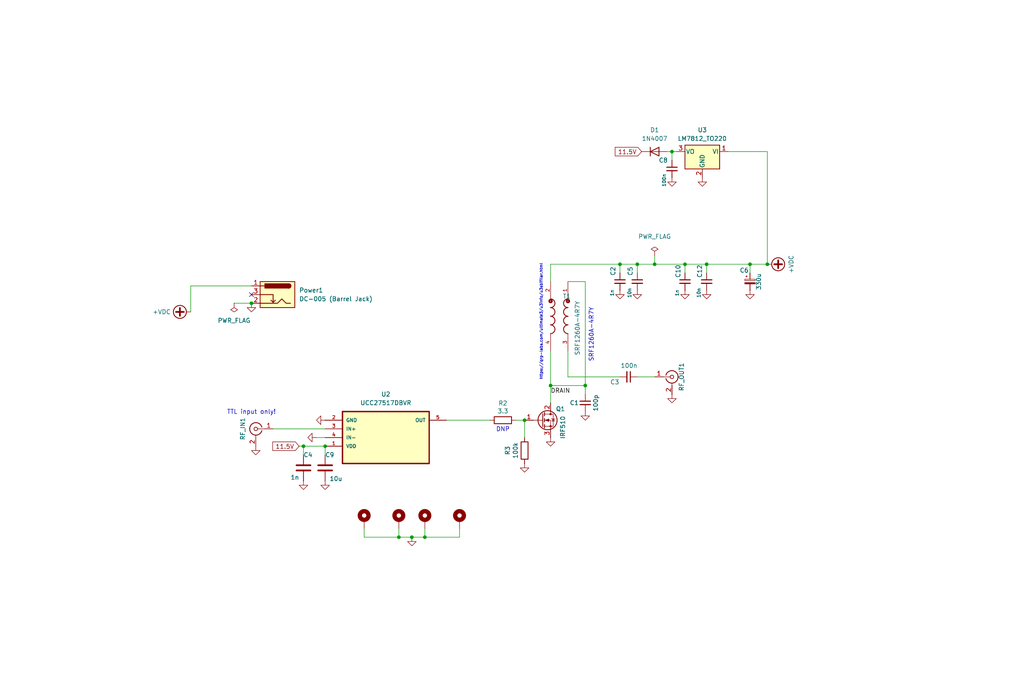
<source format=kicad_sch>
(kicad_sch (version 20240417) (generator "eeschema") (generator_version "8.99")
  (paper "User" 299.999 200)
  (title_block (title "IRFP-TO-247-Single-Ended Hack Amp") (date "2024-02-23") (company "Author: Dhiru Kholia (VU3CER), Rafał Rozestwiński"))
  (lib_symbols
    (symbol "Conn_Coaxial_1" (pin_names (offset 1.016) hide)
      (property "Reference" "J" (at 0.254 3.048 0))
      (property "Value" "Conn_Coaxial" (at 2.921 0 90))
      (symbol "Conn_Coaxial_1_0_1"
        (polyline (pts (xy -2.54 0) (xy -0.508 0)))
        (arc (start 1.778 0) (mid 0.222 -1.8079) (end -1.778 -0.508) (stroke (width 0.254)))
        (arc (start -1.778 0.508) (mid 0.2221 1.8084) (end 1.778 0) (stroke (width 0.254)))
        (circle (center 0 0) (radius 0.508) (stroke (width 0.2032)))
        (polyline (pts (xy 0 -2.54) (xy 0 -1.778)))
      )
      (symbol "Conn_Coaxial_1_1_1"
        (pin passive line (at -5.08 0 0) (length 2.54) (name "In") (number "1"))
        (pin passive line (at 0 -5.08 90) (length 2.54) (name "Ext") (number "2"))
      )
    )
    (symbol "Connector:Barrel_Jack_Switch" (pin_names hide)
      (property "Reference" "J" (at 0 5.334 0))
      (property "Value" "Barrel_Jack_Switch" (at 0 -5.08 0))
      (symbol "Barrel_Jack_Switch_0_1"
        (rectangle (start -5.08 3.81) (end 5.08 -3.81) (stroke (width 0.254)) (fill (type background)))
        (polyline (pts (xy -3.81 -2.54) (xy -2.54 -2.54) (xy -1.27 -1.27) (xy 0 -2.54) (xy 2.54 -2.54) (xy 5.08 -2.54)) (stroke (width 0.254)))
        (arc (start -3.302 1.905) (mid -3.9343 2.54) (end -3.302 3.175) (stroke (width 0.254)) (fill (type outline)))
        (arc (start -3.302 1.905) (mid -3.9343 2.54) (end -3.302 3.175) (stroke (width 0.254)))
        (polyline (pts (xy 1.27 -2.286) (xy 1.905 -1.651)) (stroke (width 0.254)))
        (rectangle (start 3.683 3.175) (end -3.302 1.905) (stroke (width 0.254)) (fill (type outline)))
        (polyline (pts (xy 5.08 2.54) (xy 3.81 2.54)) (stroke (width 0.254)))
        (polyline (pts (xy 5.08 0) (xy 1.27 0) (xy 1.27 -2.286) (xy 0.635 -1.651)) (stroke (width 0.254)))
      )
      (symbol "Barrel_Jack_Switch_1_1"
        (pin passive line (at 7.62 2.54 180) (length 2.54) (name "~") (number "1"))
        (pin passive line (at 7.62 -2.54 180) (length 2.54) (name "~") (number "2"))
        (pin passive line (at 7.62 0 180) (length 2.54) (name "~") (number "3"))
      )
    )
    (symbol "Connector:Conn_Coaxial" (pin_names (offset 1.016) hide)
      (property "Reference" "J" (at 0.254 3.048 0))
      (property "Value" "Conn_Coaxial" (at 2.921 0 90))
      (symbol "Conn_Coaxial_0_1"
        (polyline (pts (xy -2.54 0) (xy -0.508 0)))
        (arc (start 1.778 0) (mid 0.222 -1.8079) (end -1.778 -0.508) (stroke (width 0.254)))
        (arc (start -1.778 0.508) (mid 0.2221 1.8084) (end 1.778 0) (stroke (width 0.254)))
        (circle (center 0 0) (radius 0.508) (stroke (width 0.2032)))
        (polyline (pts (xy 0 -2.54) (xy 0 -1.778)))
      )
      (symbol "Conn_Coaxial_1_1"
        (pin passive line (at -5.08 0 0) (length 2.54) (name "In") (number "1"))
        (pin passive line (at 0 -5.08 90) (length 2.54) (name "Ext") (number "2"))
      )
    )
    (symbol "Device:C" (pin_numbers hide) (pin_names (offset 0.254))
      (property "Reference" "C" (at 0.635 2.54 0))
      (property "Value" "C" (at 0.635 -2.54 0))
      (symbol "C_0_1"
        (polyline (pts (xy -2.032 0.762) (xy 2.032 0.762)) (stroke (width 0.508)))
        (polyline (pts (xy -2.032 -0.762) (xy 2.032 -0.762)) (stroke (width 0.508)))
      )
      (symbol "C_1_1"
        (pin passive line (at 0 3.81 270) (length 2.794) (name "~") (number "1"))
        (pin passive line (at 0 -3.81 90) (length 2.794) (name "~") (number "2"))
      )
    )
    (symbol "Device:C_Polarized_Small" (pin_numbers hide) (pin_names (offset 0.254) hide)
      (property "Reference" "C" (at 0.254 1.778 0))
      (property "Value" "C_Polarized_Small" (at 0.254 -2.032 0))
      (symbol "C_Polarized_Small_0_1"
        (rectangle (start -1.524 0.6858) (end 1.524 0.3048))
        (rectangle (start -1.524 -0.3048) (end 1.524 -0.6858) (fill (type outline)))
        (polyline (pts (xy -1.27 1.524) (xy -0.762 1.524)))
        (polyline (pts (xy -1.016 1.27) (xy -1.016 1.778)))
      )
      (symbol "C_Polarized_Small_1_1"
        (pin passive line (at 0 2.54 270) (length 1.8542) (name "~") (number "1"))
        (pin passive line (at 0 -2.54 90) (length 1.8542) (name "~") (number "2"))
      )
    )
    (symbol "Device:C_Small" (pin_numbers hide) (pin_names (offset 0.254) hide)
      (property "Reference" "C" (at 0.254 1.778 0))
      (property "Value" "C_Small" (at 0.254 -2.032 0))
      (symbol "C_Small_0_1"
        (polyline (pts (xy -1.524 0.508) (xy 1.524 0.508)) (stroke (width 0.3048)))
        (polyline (pts (xy -1.524 -0.508) (xy 1.524 -0.508)) (stroke (width 0.3302)))
      )
      (symbol "C_Small_1_1"
        (pin passive line (at 0 2.54 270) (length 2.032) (name "~") (number "1"))
        (pin passive line (at 0 -2.54 90) (length 2.032) (name "~") (number "2"))
      )
    )
    (symbol "Device:R" (pin_numbers hide) (pin_names (offset 0))
      (property "Reference" "R" (at 2.032 0 90))
      (property "Value" "R" (at 0 0 90))
      (symbol "R_0_1"
        (rectangle (start -1.016 -2.54) (end 1.016 2.54) (stroke (width 0.254)))
      )
      (symbol "R_1_1"
        (pin passive line (at 0 3.81 270) (length 1.27) (name "~") (number "1"))
        (pin passive line (at 0 -3.81 90) (length 1.27) (name "~") (number "2"))
      )
    )
    (symbol "Diode:1N4007" (pin_numbers hide) (pin_names hide)
      (property "Reference" "D" (at 0 2.54 0))
      (property "Value" "1N4007" (at 0 -2.54 0))
      (symbol "1N4007_0_1"
        (polyline (pts (xy -1.27 1.27) (xy -1.27 -1.27)) (stroke (width 0.254)))
        (polyline (pts (xy 1.27 1.27) (xy 1.27 -1.27) (xy -1.27 0) (xy 1.27 1.27)) (stroke (width 0.254)))
        (polyline (pts (xy 1.27 0) (xy -1.27 0)))
      )
      (symbol "1N4007_1_1"
        (pin passive line (at -3.81 0 0) (length 2.54) (name "K") (number "1"))
        (pin passive line (at 3.81 0 180) (length 2.54) (name "A") (number "2"))
      )
    )
    (symbol "Mechanical:MountingHole_Pad" (pin_numbers hide) (pin_names (offset 1.016) hide)
      (property "Reference" "H" (at 0 6.35 0))
      (property "Value" "MountingHole_Pad" (at 0 4.445 0))
      (symbol "MountingHole_Pad_0_1"
        (circle (center 0 1.27) (radius 1.27) (stroke (width 1.27)))
      )
      (symbol "MountingHole_Pad_1_1"
        (pin input line (at 0 -2.54 90) (length 2.54) (name "1") (number "1"))
      )
    )
    (symbol "Regulator_Linear:LM7812_TO220" (pin_names (offset 0.254))
      (property "Reference" "U" (at -3.81 3.175 0))
      (property "Value" "LM7812_TO220" (at 0 3.175 0))
      (symbol "LM7812_TO220_0_1"
        (rectangle (start -5.08 1.905) (end 5.08 -5.08) (stroke (width 0.254)) (fill (type background)))
      )
      (symbol "LM7812_TO220_1_1"
        (pin power_in line (at -7.62 0 0) (length 2.54) (name "VI") (number "1"))
        (pin power_in line (at 0 -7.62 90) (length 2.54) (name "GND") (number "2"))
        (pin power_out line (at 7.62 0 180) (length 2.54) (name "VO") (number "3"))
      )
    )
    (symbol "SRF1260A-4R7Y:SRF1260A-4R7Y" (pin_names (offset 1.016))
      (property "Reference" "L" (at -7.631 5.0873 0))
      (property "Value" "SRF1260A-4R7Y" (at -7.6349 -7.6349 0))
      (symbol "SRF1260A-4R7Y_0_0"
        (circle (center -4.445 2.54) (radius 0.127) (stroke (width 0.508)))
        (circle (center -4.445 -2.54) (radius 0.127) (stroke (width 0.508)))
        (arc (start -2.54 2.54) (mid -3.81 1.2755) (end -5.08 2.54) (stroke (width 0.254)))
        (arc (start -5.08 -2.54) (mid -3.81 -1.2755) (end -2.54 -2.54) (stroke (width 0.254)))
        (arc (start 0 2.54) (mid -1.27 1.2755) (end -2.54 2.54) (stroke (width 0.254)))
        (arc (start -2.54 -2.54) (mid -1.27 -1.2755) (end 0 -2.54) (stroke (width 0.254)))
        (arc (start 2.54 2.54) (mid 1.27 1.2755) (end 0 2.54) (stroke (width 0.254)))
        (arc (start 0 -2.54) (mid 1.27 -1.2755) (end 2.54 -2.54) (stroke (width 0.254)))
        (arc (start 5.08 2.54) (mid 3.81 1.2755) (end 2.54 2.54) (stroke (width 0.254)))
        (arc (start 2.54 -2.54) (mid 3.81 -1.2755) (end 5.08 -2.54) (stroke (width 0.254)))
        (pin passive line (at -10.16 2.54 0) (length 5.08) (name "~") (number "1"))
        (pin passive line (at -10.16 -2.54 0) (length 5.08) (name "~") (number "2"))
        (pin passive line (at 10.16 2.54 180) (length 5.08) (name "~") (number "3"))
        (pin passive line (at 10.16 -2.54 180) (length 5.08) (name "~") (number "4"))
      )
    )
    (symbol "Transistor_FET:IRF540N" (pin_names hide)
      (property "Reference" "Q" (at 5.08 1.905 0))
      (property "Value" "IRF540N" (at 5.08 0 0))
      (symbol "IRF540N_0_1"
        (polyline (pts (xy 0.254 1.905) (xy 0.254 -1.905)) (stroke (width 0.254)))
        (polyline (pts (xy 0.254 0) (xy -2.54 0)))
        (polyline (pts (xy 0.762 2.286) (xy 0.762 1.27)) (stroke (width 0.254)))
        (polyline (pts (xy 0.762 0.508) (xy 0.762 -0.508)) (stroke (width 0.254)))
        (polyline (pts (xy 0.762 -1.27) (xy 0.762 -2.286)) (stroke (width 0.254)))
        (polyline (pts (xy 0.762 -1.778) (xy 3.302 -1.778) (xy 3.302 1.778) (xy 0.762 1.778)))
        (polyline (pts (xy 1.016 0) (xy 2.032 0.381) (xy 2.032 -0.381) (xy 1.016 0)) (fill (type outline)))
        (circle (center 1.651 0) (radius 2.794) (stroke (width 0.254)))
        (polyline (pts (xy 2.54 2.54) (xy 2.54 1.778)))
        (circle (center 2.54 1.778) (radius 0.254) (fill (type outline)))
        (circle (center 2.54 -1.778) (radius 0.254) (fill (type outline)))
        (polyline (pts (xy 2.54 -2.54) (xy 2.54 0) (xy 0.762 0)))
        (polyline (pts (xy 2.794 0.508) (xy 2.921 0.381) (xy 3.683 0.381) (xy 3.81 0.254)))
        (polyline (pts (xy 3.302 0.381) (xy 2.921 -0.254) (xy 3.683 -0.254) (xy 3.302 0.381)))
      )
      (symbol "IRF540N_1_1"
        (pin input line (at -5.08 0 0) (length 2.54) (name "G") (number "1"))
        (pin passive line (at 2.54 5.08 270) (length 2.54) (name "D") (number "2"))
        (pin passive line (at 2.54 -5.08 90) (length 2.54) (name "S") (number "3"))
      )
    )
    (symbol "UCC27517DBVR:UCC27517DBVR" (pin_names (offset 1.016))
      (property "Reference" "U" (at -12.7 8.62 0))
      (property "Value" "UCC27517DBVR" (at -12.7 -11.62 0))
      (symbol "UCC27517DBVR_0_0"
        (rectangle (start -12.7 -7.62) (end 12.7 7.62) (stroke (width 0.41)) (fill (type background)))
        (pin input line (at -17.78 -2.54 0) (length 5.08) (name "VDD") (number "1"))
        (pin input line (at -17.78 5.08 0) (length 5.08) (name "GND") (number "2"))
        (pin input line (at -17.78 2.54 0) (length 5.08) (name "IN+") (number "3"))
        (pin input line (at -17.78 0 0) (length 5.08) (name "IN-") (number "4"))
        (pin output line (at 17.78 5.08 180) (length 5.08) (name "OUT") (number "5"))
      )
    )
    (symbol "power:+VDC" (power) (pin_numbers hide) (pin_names (offset 0) hide)
      (property "Value" "+VDC" (at 0 6.35 0))
      (symbol "+VDC_0_1"
        (polyline (pts (xy -1.143 3.175) (xy 1.143 3.175)) (stroke (width 0.508)))
        (circle (center 0 3.175) (radius 1.905) (stroke (width 0.254)))
        (polyline (pts (xy 0 2.032) (xy 0 4.318)) (stroke (width 0.508)))
        (polyline (pts (xy 0 0) (xy 0 1.27)))
      )
      (symbol "+VDC_1_1"
        (pin power_in line (at 0 0 90) (length 0) (name "~") (number "1"))
      )
    )
    (symbol "power:GND" (power) (pin_numbers hide) (pin_names (offset 0) hide)
      (property "Value" "GND" (at 0 -3.81 0))
      (symbol "GND_0_1"
        (polyline (pts (xy 0 0) (xy 0 -1.27) (xy 1.27 -1.27) (xy 0 -2.54) (xy -1.27 -1.27) (xy 0 -1.27)))
      )
      (symbol "GND_1_1"
        (pin power_in line (at 0 0 270) (length 0) (name "~") (number "1"))
      )
    )
    (symbol "power:PWR_FLAG" (power) (pin_numbers hide) (pin_names (offset 0) hide)
      (property "Value" "PWR_FLAG" (at 0 3.81 0))
      (symbol "PWR_FLAG_0_0"
        (pin power_out line (at 0 0 90) (length 0) (name "~") (number "1"))
      )
      (symbol "PWR_FLAG_0_1"
        (polyline (pts (xy 0 0) (xy 0 1.27) (xy -1.016 1.905) (xy 0 2.54) (xy 1.016 1.905) (xy 0 1.27)))
      )
    )
  )
  (text "DNP" (at 147.32 125.984 0) (effects (font (size 1.27 1.27))))
  (text "https://qrp-labs.com/ultimate3/u3info/u3sbifilar.html" (at 159.004 111.506 90) (effects (font (size 0.8 0.8)) (justify left bottom)))
  (text "SRF1260A-4R7Y" (at 173.99 106.172 90) (effects (font (size 1.27 1.27)) (justify left bottom)))
  (text "TTL input only!" (at 73.66 120.904 0) (effects (font (size 1.27 1.27))))
  (junction (at 200.66 77.47))
  (junction (at 73.66 88.9))
  (junction (at 186.69 77.47))
  (junction (at 116.84 157.48))
  (junction (at 124.46 157.48))
  (junction (at 88.9 130.81))
  (junction (at 181.61 77.47))
  (junction (at 95.25 130.81))
  (junction (at 161.29 113.03))
  (junction (at 219.71 77.47))
  (junction (at 120.65 157.48))
  (junction (at 191.77 77.47))
  (junction (at 207.01 77.47))
  (junction (at 196.85 44.45))
  (junction (at 153.67 123.19))
  (junction (at 171.45 113.03))
  (junction (at 224.79 77.47))
  (no_connect (at 73.66 86.36))
  (wire (pts (xy 186.69 77.47) (xy 191.77 77.47)))
  (wire (pts (xy 134.62 157.48) (xy 134.62 154.94)))
  (wire (pts (xy 151.13 123.19) (xy 153.67 123.19)))
  (wire (pts (xy 166.37 102.87) (xy 166.37 110.49)))
  (wire (pts (xy 153.67 128.27) (xy 153.67 123.19)))
  (wire (pts (xy 181.61 77.47) (xy 186.69 77.47)))
  (wire (pts (xy 171.45 113.03) (xy 171.45 115.57)))
  (wire (pts (xy 55.88 83.82) (xy 55.88 91.44)))
  (wire (pts (xy 55.88 83.82) (xy 73.66 83.82)))
  (wire (pts (xy 186.69 110.49) (xy 191.77 110.49)))
  (wire (pts (xy 200.66 77.47) (xy 200.66 80.01)))
  (wire (pts (xy 80.01 125.73) (xy 95.25 125.73)))
  (wire (pts (xy 106.68 157.48) (xy 116.84 157.48)))
  (wire (pts (xy 219.71 77.47) (xy 219.71 80.01)))
  (wire (pts (xy 191.77 77.47) (xy 200.66 77.47)))
  (wire (pts (xy 224.79 44.45) (xy 224.79 77.47)))
  (wire (pts (xy 186.69 77.47) (xy 186.69 80.01)))
  (wire (pts (xy 130.81 123.19) (xy 143.51 123.19)))
  (wire (pts (xy 166.37 110.49) (xy 181.61 110.49)))
  (wire (pts (xy 116.84 154.94) (xy 116.84 157.48)))
  (wire (pts (xy 207.01 77.47) (xy 219.71 77.47)))
  (wire (pts (xy 166.37 82.55) (xy 171.45 82.55)))
  (wire (pts (xy 196.85 44.45) (xy 198.12 44.45)))
  (wire (pts (xy 161.29 102.87) (xy 161.29 113.03)))
  (wire (pts (xy 88.9 130.81) (xy 88.9 133.35)))
  (wire (pts (xy 106.68 154.94) (xy 106.68 157.48)))
  (wire (pts (xy 161.29 113.03) (xy 171.45 113.03)))
  (wire (pts (xy 207.01 77.47) (xy 207.01 80.01)))
  (wire (pts (xy 161.29 113.03) (xy 161.29 118.11)))
  (wire (pts (xy 68.58 88.9) (xy 73.66 88.9)))
  (wire (pts (xy 196.85 44.45) (xy 196.85 46.99)))
  (wire (pts (xy 87.63 130.81) (xy 88.9 130.81)))
  (wire (pts (xy 88.9 130.81) (xy 95.25 130.81)))
  (wire (pts (xy 120.65 157.48) (xy 124.46 157.48)))
  (wire (pts (xy 124.46 157.48) (xy 134.62 157.48)))
  (wire (pts (xy 191.77 74.93) (xy 191.77 77.47)))
  (wire (pts (xy 95.25 130.81) (xy 95.25 133.35)))
  (wire (pts (xy 161.29 77.47) (xy 181.61 77.47)))
  (wire (pts (xy 92.71 128.27) (xy 95.25 128.27)))
  (wire (pts (xy 181.61 77.47) (xy 181.61 80.01)))
  (wire (pts (xy 219.71 77.47) (xy 224.79 77.47)))
  (wire (pts (xy 116.84 157.48) (xy 120.65 157.48)))
  (wire (pts (xy 195.58 44.45) (xy 196.85 44.45)))
  (wire (pts (xy 200.66 77.47) (xy 207.01 77.47)))
  (wire (pts (xy 161.29 82.55) (xy 161.29 77.47)))
  (wire (pts (xy 171.45 82.55) (xy 171.45 113.03)))
  (wire (pts (xy 213.36 44.45) (xy 224.79 44.45)))
  (wire (pts (xy 124.46 154.94) (xy 124.46 157.48)))
  (label "DRAIN" (at 161.29 115.57 0))
  (global_label "11.5V" (shape input) (at 87.63 130.81 180) (property "Intersheetrefs" "${INTERSHEET_REFS}" (effects (hide yes))))
  (global_label "11.5V" (shape input) (at 187.96 44.45 180) (property "Intersheetrefs" "${INTERSHEET_REFS}" (effects (hide yes))))
  (symbol (lib_id "power:+VDC") (at 55.88 91.44 90) (unit 1)
    (property "Reference" "#PWR0110" (effects (hide yes)))
    (property "Value" "+VDC" (at 50.0634 91.44 90) (effects (justify left)))
    (property "Description" "Power symbol creates a global label with name \"+VDC\"" (effects (hide yes)))
  )
  (symbol (lib_id "power:GND") (at 186.69 85.09 0) (unit 1)
    (property "Reference" "#PWR012" (effects (hide yes)))
    (property "Value" "GND" (effects (hide yes)))
  )
  (symbol (lib_id "Diode:1N4007") (at 191.77 44.45 0) (unit 1)
    (property "Reference" "D1" (at 191.77 38.1 0))
    (property "Value" "1N4007" (at 191.77 40.64 0))
    (property "Footprint" "Diode_THT:D_DO-41_SOD81_P2.54mm_Vertical_KathodeUp" (effects (hide yes)))
    (property "Datasheet" "http://www.vishay.com/docs/88503/1n4001.pdf" (effects (hide yes)))
    (property "Description" "1000V 1A General Purpose Rectifier Diode, DO-41" (effects (hide yes)))
    (property "Sim.Device" "D" (effects (hide yes)))
    (property "Sim.Pins" "1=K 2=A" (effects (hide yes)))
  )
  (symbol (lib_id "Device:C") (at 88.9 137.16 0) (unit 1)
    (property "Reference" "C4" (at 88.9 133.35 0) (effects (justify left)))
    (property "Value" "1n" (at 85.09 139.954 0) (effects (justify left)))
    (property "Footprint" "Capacitor_SMD:C_1206_3216Metric_Pad1.33x1.80mm_HandSolder" (effects (hide yes)))
  )
  (symbol (lib_id "power:GND") (at 181.61 85.09 0) (unit 1)
    (property "Reference" "#PWR05" (effects (hide yes)))
    (property "Value" "GND" (effects (hide yes)))
  )
  (symbol (lib_id "power:+VDC") (at 224.79 77.47 270) (unit 1)
    (property "Reference" "#PWR018" (effects (hide yes)))
    (property "Value" "+VDC" (at 231.775 77.47 0))
    (property "Description" "Power symbol creates a global label with name \"+VDC\"" (effects (hide yes)))
  )
  (symbol (lib_id "Device:C_Small") (at 181.61 82.55 0) (unit 1)
    (property "Reference" "C2" (at 179.578 79.502 90))
    (property "Value" "1n" (at 179.324 85.852 90) (effects (font (size 0.9906 0.9906))))
    (property "Footprint" "Capacitor_SMD:C_1206_3216Metric_Pad1.33x1.80mm_HandSolder" (effects (hide yes)))
  )
  (symbol (lib_id "Transistor_FET:IRF540N") (at 158.75 123.19 0) (unit 1)
    (property "Reference" "Q1" (at 162.814 119.888 0) (effects (justify left)))
    (property "Value" "IRF510" (at 164.8714 128.7018 90) (effects (justify left)))
    (property "Footprint" "footprints:TO-247-3_Horizontal_TabDown_Modded" (effects (hide yes)))
    (property "Datasheet" "http://www.irf.com/product-info/datasheets/data/irf540n.pdf" (effects (hide yes)))
    (property "Description" "33A Id, 100V Vds, HEXFET N-Channel MOSFET, TO-220" (effects (hide yes)))
  )
  (symbol (lib_id "power:GND") (at 207.01 85.09 0) (unit 1)
    (property "Reference" "#PWR017" (effects (hide yes)))
    (property "Value" "GND" (effects (hide yes)))
  )
  (symbol (lib_id "power:GND") (at 88.9 140.97 0) (unit 1)
    (property "Reference" "#PWR03" (effects (hide yes)))
    (property "Value" "GND" (effects (hide yes)))
    (property "Description" "Power symbol creates a global label with name \"GND\" , ground" (effects (hide yes)))
  )
  (symbol (lib_id "power:GND") (at 196.85 52.07 0) (unit 1)
    (property "Reference" "#PWR07" (effects (hide yes)))
    (property "Value" "GND" (effects (hide yes)))
    (property "Description" "Power symbol creates a global label with name \"GND\" , ground" (effects (hide yes)))
  )
  (symbol (lib_id "Device:R") (at 147.32 123.19 270) (unit 1)
    (property "Reference" "R2" (at 147.32 118.2116 90))
    (property "Value" "3.3" (at 147.32 120.523 90))
    (property "Footprint" "Resistor_SMD:R_1206_3216Metric_Pad1.30x1.75mm_HandSolder" (effects (hide yes)))
  )
  (symbol (lib_id "UCC27517DBVR:UCC27517DBVR") (at 113.03 128.27 0) (unit 1)
    (property "Reference" "U2" (at 113.03 115.57 0))
    (property "Value" "UCC27517DBVR" (at 113.03 118.11 0))
    (property "Footprint" "Package_TO_SOT_SMD:TSOT-23-5_HandSoldering" (effects (hide yes)))
    (property "Description" "\n4-A/4-A single-channel gate driver with 5-V UVLO and 13-ns prop delay in SOT-23 package\n" (effects (hide yes)))
    (property "MF" "Texas Instruments" (effects (hide yes)))
    (property "Package" "SOT-23-5 Texas Instruments" (effects (hide yes)))
    (property "Price" "None" (effects (hide yes)))
    (property "SnapEDA_Link" "https://www.snapeda.com/parts/UCC27517DBVR/Texas+Instruments/view-part/?ref=snap" (effects (hide yes)))
    (property "MP" "UCC27517DBVR" (effects (hide yes)))
    (property "Purchase-URL" "https://pricing.snapeda.com/search?q=UCC27517DBVR&ref=eda" (effects (hide yes)))
    (property "Availability" "In Stock" (effects (hide yes)))
    (property "Check_prices" "https://www.snapeda.com/parts/UCC27517DBVR/Texas+Instruments/view-part/?ref=eda" (effects (hide yes)))
    (property "Description_1" "\n4-A/4-A single-channel gate driver with 5-V UVLO and 13-ns prop delay in SOT-23 package\n" (effects (hide yes)))
  )
  (symbol (lib_id "power:GND") (at 171.45 120.65 0) (mirror y) (unit 1)
    (property "Reference" "#PWR02" (effects (hide yes)))
    (property "Value" "GND" (effects (hide yes)))
  )
  (symbol (lib_id "power:GND") (at 196.85 115.57 0) (mirror y) (unit 1)
    (property "Reference" "#PWR04" (effects (hide yes)))
    (property "Value" "GND" (effects (hide yes)))
    (property "Description" "Power symbol creates a global label with name \"GND\" , ground" (effects (hide yes)))
  )
  (symbol (lib_id "power:GND") (at 73.66 88.9 0) (unit 1)
    (property "Reference" "#PWR019" (effects (hide yes)))
    (property "Value" "GND" (effects (hide yes)))
    (property "Description" "Power symbol creates a global label with name \"GND\" , ground" (effects (hide yes)))
  )
  (symbol (lib_name "Conn_Coaxial_1") (lib_id "Connector:Conn_Coaxial") (at 196.85 110.49 0) (unit 1)
    (property "Reference" "RF_OUT1" (at 199.644 110.49 90))
    (property "Value" "SMA" (effects (hide yes)))
    (property "Footprint" "Connector_Coaxial:SMA_Samtec_SMA-J-P-X-ST-EM1_EdgeMount" (effects (hide yes)))
    (property "Datasheet" " ~" (effects (hide yes)))
    (property "Description" "coaxial connector (BNC, SMA, SMB, SMC, Cinch/RCA, LEMO, ...)" (effects (hide yes)))
  )
  (symbol (lib_id "power:GND") (at 95.25 140.97 0) (unit 1)
    (property "Reference" "#PWR011" (effects (hide yes)))
    (property "Value" "GND" (effects (hide yes)))
    (property "Description" "Power symbol creates a global label with name \"GND\" , ground" (effects (hide yes)))
  )
  (symbol (lib_id "Device:R") (at 153.67 132.08 0) (unit 1)
    (property "Reference" "R3" (at 148.6916 132.08 90))
    (property "Value" "100k" (at 151.003 132.08 90))
    (property "Footprint" "Resistor_SMD:R_1206_3216Metric_Pad1.30x1.75mm_HandSolder" (effects (hide yes)))
  )
  (symbol (lib_id "power:GND") (at 74.93 130.81 0) (unit 1)
    (property "Reference" "#PWR08" (effects (hide yes)))
    (property "Value" "GND" (effects (hide yes)))
    (property "Description" "Power symbol creates a global label with name \"GND\" , ground" (effects (hide yes)))
  )
  (symbol (lib_id "Connector:Conn_Coaxial") (at 74.93 125.73 0) (mirror y) (unit 1)
    (property "Reference" "RF_IN1" (at 71.12 125.73 90))
    (property "Value" "SMA" (effects (hide yes)))
    (property "Footprint" "Connector_Coaxial:SMA_Samtec_SMA-J-P-X-ST-EM1_EdgeMount" (effects (hide yes)))
    (property "Datasheet" " ~" (effects (hide yes)))
    (property "Description" "coaxial connector (BNC, SMA, SMB, SMC, Cinch/RCA, LEMO, ...)" (effects (hide yes)))
  )
  (symbol (lib_id "Device:C") (at 95.25 137.16 0) (unit 1)
    (property "Reference" "C9" (at 95.25 133.35 0) (effects (justify left)))
    (property "Value" "10u" (at 96.52 140.335 0) (effects (justify left)))
    (property "Footprint" "Capacitor_SMD:C_1206_3216Metric_Pad1.33x1.80mm_HandSolder" (effects (hide yes)))
  )
  (symbol (lib_id "Mechanical:MountingHole_Pad") (at 124.46 152.4 0) (unit 1)
    (property "Reference" "H3" (effects (hide yes)))
    (property "Value" "MountingHole_Pad" (effects (hide yes)))
    (property "Footprint" "MountingHole:MountingHole_3.2mm_M3_Pad_Via" (effects (hide yes)))
  )
  (symbol (lib_id "Device:C_Polarized_Small") (at 219.71 82.55 0) (unit 1)
    (property "Reference" "C6" (at 216.662 79.248 0) (effects (justify left)))
    (property "Value" "330u" (at 222.25 85.09 90) (effects (justify left)))
    (property "Footprint" "Capacitor_THT:CP_Radial_D8.0mm_P5.00mm" (effects (hide yes)))
  )
  (symbol (lib_id "Regulator_Linear:LM7812_TO220") (at 205.74 44.45 0) (mirror y) (unit 1)
    (property "Reference" "U3" (at 205.74 38.1 0))
    (property "Value" "LM7812_TO220" (at 205.74 40.64 0))
    (property "Footprint" "Package_TO_SOT_THT:TO-220-3_Horizontal_TabDown" (effects (hide yes)))
    (property "Datasheet" "https://www.onsemi.cn/PowerSolutions/document/MC7800-D.PDF" (effects (hide yes)))
    (property "Description" "Positive 1A 35V Linear Regulator, Fixed Output 12V, TO-220" (effects (hide yes)))
  )
  (symbol (lib_id "power:GND") (at 92.71 128.27 270) (unit 1)
    (property "Reference" "#PWR09" (effects (hide yes)))
    (property "Value" "GND" (effects (hide yes)))
    (property "Description" "Power symbol creates a global label with name \"GND\" , ground" (effects (hide yes)))
  )
  (symbol (lib_id "Mechanical:MountingHole_Pad") (at 116.84 152.4 0) (unit 1)
    (property "Reference" "H2" (effects (hide yes)))
    (property "Value" "MountingHole_Pad" (effects (hide yes)))
    (property "Footprint" "MountingHole:MountingHole_3.2mm_M3_Pad_Via" (effects (hide yes)))
  )
  (symbol (lib_id "power:PWR_FLAG") (at 191.77 74.93 0) (unit 1)
    (property "Reference" "#FLG01" (effects (hide yes)))
    (property "Value" "PWR_FLAG" (at 191.77 69.342 0))
  )
  (symbol (lib_id "Device:C_Small") (at 184.15 110.49 270) (unit 1)
    (property "Reference" "C3" (at 180.086 112.014 90))
    (property "Value" "100n" (at 184.277 107.188 90))
    (property "Footprint" "Capacitor_SMD:C_1206_3216Metric_Pad1.33x1.80mm_HandSolder" (effects (hide yes)))
  )
  (symbol (lib_id "power:GND") (at 200.66 85.09 0) (unit 1)
    (property "Reference" "#PWR014" (effects (hide yes)))
    (property "Value" "GND" (effects (hide yes)))
  )
  (symbol (lib_id "SRF1260A-4R7Y:SRF1260A-4R7Y") (at 163.83 92.71 270) (unit 1)
    (property "Reference" "T1" (at 164.846 86.868 90) (effects (justify left)))
    (property "Value" "SRF1260A-4R7Y" (at 169.164 88.138 0) (effects (justify left)))
    (property "Footprint" "footprints:IND_SRF1260A-4R7Y-Longer-Pads" (effects (hide yes)))
    (property "MF" "Bourns" (effects (hide yes)))
    (property "MOUSER-PURCHASE-URL" "https://snapeda.com/shop?store=Mouser&id=1533338" (effects (hide yes)))
    (property "DESCRIPTION" "Shielded 2 Coil Inductor Array 27.2µH Inductance - Connected in Series 6.8µH Inductance - Connected in Parallel 18.6mOhm Max DC Resistance (DCR) - Parallel 6.64A Nonstandard" (effects (hide yes)))
    (property "PACKAGE" "Nonstandard Bourns" (effects (hide yes)))
    (property "PRICE" "None" (effects (hide yes)))
    (property "MP" "SRF1260A-6R8Y" (effects (hide yes)))
    (property "AVAILABILITY" "Warning" (effects (hide yes)))
  )
  (symbol (lib_id "Device:C_Small") (at 171.45 118.11 0) (unit 1)
    (property "Reference" "C1" (at 166.878 118.11 0) (effects (justify left)))
    (property "Value" "100p" (at 174.498 120.65 90) (effects (justify left)))
    (property "Footprint" "Capacitor_SMD:C_1206_3216Metric_Pad1.33x1.80mm_HandSolder" (effects (hide yes)))
    (property "Sim.Device" "SPICE" (effects (hide yes)))
    (property "Sim.Params" "type=\"\" model=\"100n\" lib=\"\"" (effects (hide yes)))
    (property "Sim.Pins" "1=1 2=2" (effects (hide yes)))
  )
  (symbol (lib_id "power:GND") (at 120.65 157.48 0) (unit 1)
    (property "Reference" "#PWR01" (effects (hide yes)))
    (property "Value" "GND" (effects (hide yes)))
    (property "Description" "Power symbol creates a global label with name \"GND\" , ground" (effects (hide yes)))
  )
  (symbol (lib_id "power:GND") (at 95.25 123.19 270) (unit 1)
    (property "Reference" "#PWR010" (effects (hide yes)))
    (property "Value" "GND" (effects (hide yes)))
    (property "Description" "Power symbol creates a global label with name \"GND\" , ground" (effects (hide yes)))
  )
  (symbol (lib_id "power:PWR_FLAG") (at 68.58 88.9 180) (unit 1)
    (property "Reference" "#FLG03" (effects (hide yes)))
    (property "Value" "PWR_FLAG" (at 68.58 93.98 0))
    (property "Description" "Special symbol for telling ERC where power comes from" (effects (hide yes)))
  )
  (symbol (lib_id "power:GND") (at 161.29 128.27 0) (unit 1)
    (property "Reference" "#PWR015" (effects (hide yes)))
    (property "Value" "GND" (effects (hide yes)))
    (property "Description" "Power symbol creates a global label with name \"GND\" , ground" (effects (hide yes)))
  )
  (symbol (lib_id "power:GND") (at 219.71 85.09 0) (unit 1)
    (property "Reference" "#PWR013" (effects (hide yes)))
    (property "Value" "GND" (effects (hide yes)))
  )
  (symbol (lib_id "Mechanical:MountingHole_Pad") (at 134.62 152.4 0) (mirror y) (unit 1)
    (property "Reference" "H4" (effects (hide yes)))
    (property "Value" "MountingHole_Pad" (effects (hide yes)))
    (property "Footprint" "MountingHole:MountingHole_3.2mm_M3_Pad_Via" (effects (hide yes)))
  )
  (symbol (lib_id "Connector:Barrel_Jack_Switch") (at 81.28 86.36 0) (mirror y) (unit 1)
    (property "Reference" "Power1" (at 87.63 85.0899 0) (effects (justify right)))
    (property "Value" "DC-005 (Barrel Jack)" (at 87.63 87.6299 0) (effects (justify right)))
    (property "Footprint" "footprints:XKB_DC-005-5A-2.0_Modded" (effects (hide yes)))
  )
  (symbol (lib_id "power:GND") (at 205.74 52.07 0) (unit 1)
    (property "Reference" "#PWR06" (effects (hide yes)))
    (property "Value" "GND" (effects (hide yes)))
    (property "Description" "Power symbol creates a global label with name \"GND\" , ground" (effects (hide yes)))
  )
  (symbol (lib_id "Device:C_Small") (at 196.85 49.53 0) (unit 1)
    (property "Reference" "C8" (at 194.31 46.99 0))
    (property "Value" "100n" (at 194.564 52.832 90) (effects (font (size 0.9906 0.9906))))
    (property "Footprint" "Capacitor_SMD:C_1206_3216Metric_Pad1.33x1.80mm_HandSolder" (effects (hide yes)))
  )
  (symbol (lib_id "Device:C_Small") (at 186.69 82.55 0) (unit 1)
    (property "Reference" "C5" (at 184.658 79.502 90))
    (property "Value" "10n" (at 184.404 85.852 90) (effects (font (size 0.9906 0.9906))))
    (property "Footprint" "Capacitor_SMD:C_1206_3216Metric_Pad1.33x1.80mm_HandSolder" (effects (hide yes)))
  )
  (symbol (lib_id "power:GND") (at 153.67 135.89 0) (unit 1)
    (property "Reference" "#PWR016" (effects (hide yes)))
    (property "Value" "GND" (effects (hide yes)))
    (property "Description" "Power symbol creates a global label with name \"GND\" , ground" (effects (hide yes)))
  )
  (symbol (lib_id "Device:C_Small") (at 207.01 82.55 0) (unit 1)
    (property "Reference" "C12" (at 204.978 79.502 90))
    (property "Value" "10n" (at 204.724 85.852 90) (effects (font (size 0.9906 0.9906))))
    (property "Footprint" "Capacitor_SMD:C_1206_3216Metric_Pad1.33x1.80mm_HandSolder" (effects (hide yes)))
  )
  (symbol (lib_id "Mechanical:MountingHole_Pad") (at 106.68 152.4 0) (unit 1)
    (property "Reference" "H1" (effects (hide yes)))
    (property "Value" "MountingHole_Pad" (effects (hide yes)))
    (property "Footprint" "MountingHole:MountingHole_3.2mm_M3_Pad_Via" (effects (hide yes)))
  )
  (symbol (lib_id "Device:C_Small") (at 200.66 82.55 0) (unit 1)
    (property "Reference" "C10" (at 198.628 79.502 90))
    (property "Value" "1n" (at 198.374 85.852 90) (effects (font (size 0.9906 0.9906))))
    (property "Footprint" "Capacitor_SMD:C_1206_3216Metric_Pad1.33x1.80mm_HandSolder" (effects (hide yes)))
  )
)
</source>
